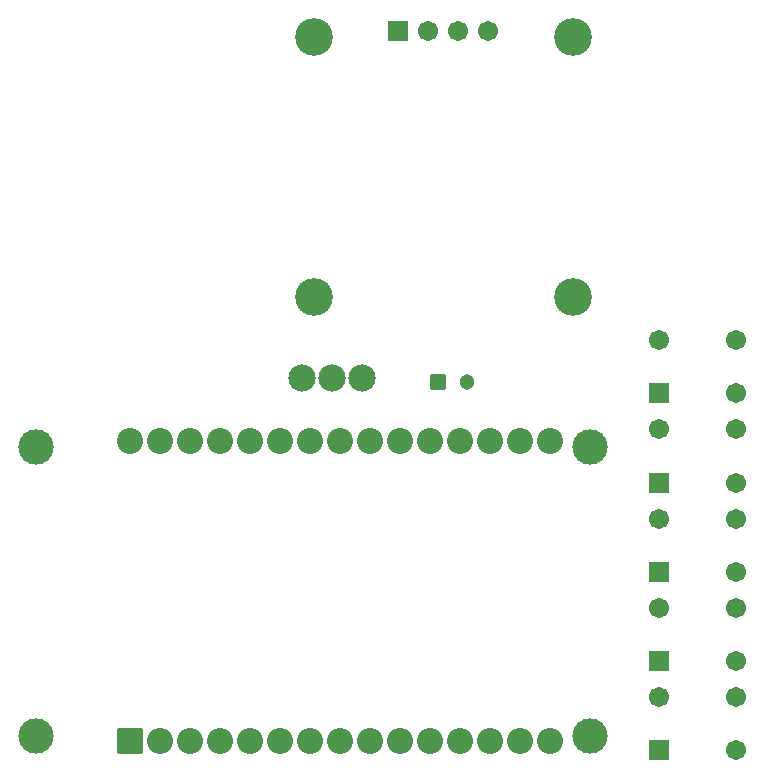
<source format=gbr>
%TF.GenerationSoftware,KiCad,Pcbnew,9.0.6*%
%TF.CreationDate,2025-12-11T14:53:55+06:00*%
%TF.ProjectId,.WAV player,2e574156-2070-46c6-9179-65722e6b6963,rev?*%
%TF.SameCoordinates,Original*%
%TF.FileFunction,Soldermask,Bot*%
%TF.FilePolarity,Negative*%
%FSLAX46Y46*%
G04 Gerber Fmt 4.6, Leading zero omitted, Abs format (unit mm)*
G04 Created by KiCad (PCBNEW 9.0.6) date 2025-12-11 14:53:55*
%MOMM*%
%LPD*%
G01*
G04 APERTURE LIST*
G04 Aperture macros list*
%AMRoundRect*
0 Rectangle with rounded corners*
0 $1 Rounding radius*
0 $2 $3 $4 $5 $6 $7 $8 $9 X,Y pos of 4 corners*
0 Add a 4 corners polygon primitive as box body*
4,1,4,$2,$3,$4,$5,$6,$7,$8,$9,$2,$3,0*
0 Add four circle primitives for the rounded corners*
1,1,$1+$1,$2,$3*
1,1,$1+$1,$4,$5*
1,1,$1+$1,$6,$7*
1,1,$1+$1,$8,$9*
0 Add four rect primitives between the rounded corners*
20,1,$1+$1,$2,$3,$4,$5,0*
20,1,$1+$1,$4,$5,$6,$7,0*
20,1,$1+$1,$6,$7,$8,$9,0*
20,1,$1+$1,$8,$9,$2,$3,0*%
G04 Aperture macros list end*
%ADD10C,2.304000*%
%ADD11RoundRect,0.102000X-0.754000X-0.754000X0.754000X-0.754000X0.754000X0.754000X-0.754000X0.754000X0*%
%ADD12C,1.712000*%
%ADD13C,3.000000*%
%ADD14RoundRect,0.102000X1.000000X-1.000000X1.000000X1.000000X-1.000000X1.000000X-1.000000X-1.000000X0*%
%ADD15C,2.204000*%
%ADD16C,1.304000*%
%ADD17RoundRect,0.102000X-0.550000X-0.550000X0.550000X-0.550000X0.550000X0.550000X-0.550000X0.550000X0*%
%ADD18C,3.204000*%
G04 APERTURE END LIST*
D10*
%TO.C,Q1*%
X122174000Y-83820000D03*
X124714000Y-83820000D03*
X127254000Y-83820000D03*
%TD*%
D11*
%TO.C,S5*%
X152400000Y-115381000D03*
D12*
X158900000Y-115381000D03*
X152400000Y-110881000D03*
X158900000Y-110881000D03*
%TD*%
D11*
%TO.C,S1*%
X152400000Y-85149000D03*
D12*
X158900000Y-85149000D03*
X152400000Y-80649000D03*
X158900000Y-80649000D03*
%TD*%
D13*
%TO.C,U1*%
X99608000Y-114172000D03*
X146558000Y-114172000D03*
X99608000Y-89662000D03*
X146558000Y-89662000D03*
D14*
X107568000Y-114592000D03*
D15*
X110108000Y-114592000D03*
X112648000Y-114592000D03*
X115188000Y-114592000D03*
X117728000Y-114592000D03*
X120268000Y-114592000D03*
X122808000Y-114592000D03*
X125348000Y-114592000D03*
X127888000Y-114592000D03*
X130428000Y-114592000D03*
X132968000Y-114592000D03*
X135508000Y-114592000D03*
X138048000Y-114592000D03*
X140588000Y-114592000D03*
X143128000Y-114592000D03*
X143128000Y-89192000D03*
X140588000Y-89192000D03*
X138048000Y-89192000D03*
X135508000Y-89192000D03*
X132968000Y-89192000D03*
X130428000Y-89192000D03*
X127888000Y-89192000D03*
X125348000Y-89192000D03*
X122808000Y-89192000D03*
X120268000Y-89192000D03*
X117728000Y-89192000D03*
X115188000Y-89192000D03*
X112648000Y-89192000D03*
X110108000Y-89192000D03*
X107568000Y-89192000D03*
%TD*%
D11*
%TO.C,S2*%
X152400000Y-92707000D03*
D12*
X158900000Y-92707000D03*
X152400000Y-88207000D03*
X158900000Y-88207000D03*
%TD*%
D11*
%TO.C,S4*%
X152400000Y-107823000D03*
D12*
X158900000Y-107823000D03*
X152400000Y-103323000D03*
X158900000Y-103323000D03*
%TD*%
D11*
%TO.C,S3*%
X152400000Y-100265000D03*
D12*
X158900000Y-100265000D03*
X152400000Y-95765000D03*
X158900000Y-95765000D03*
%TD*%
D16*
%TO.C,C1*%
X136124000Y-84201000D03*
D17*
X133624000Y-84201000D03*
%TD*%
D11*
%TO.C,U2*%
X130302000Y-54498500D03*
D12*
X132842000Y-54498500D03*
X135382000Y-54498500D03*
X137922000Y-54498500D03*
D18*
X123112000Y-54998500D03*
X145112000Y-54998500D03*
X145112000Y-76998500D03*
X123112000Y-76998500D03*
%TD*%
M02*

</source>
